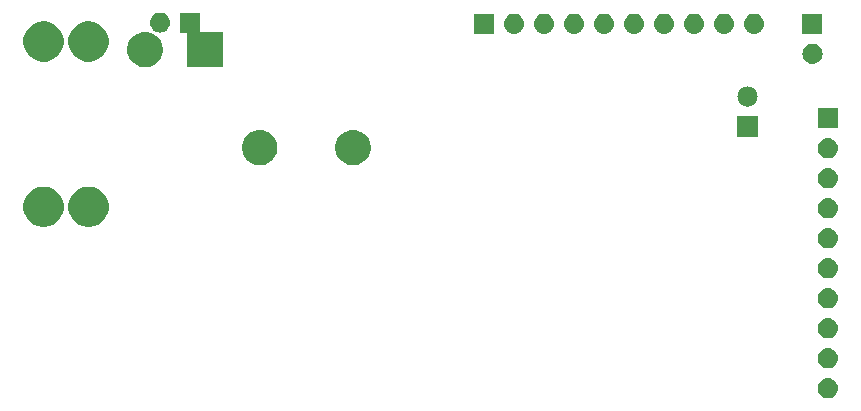
<source format=gbs>
%TF.GenerationSoftware,KiCad,Pcbnew,(5.0.2)-1*%
%TF.CreationDate,2019-01-19T15:18:41+08:00*%
%TF.ProjectId,TLF35584 breakout,544c4633-3535-4383-9420-627265616b6f,rev?*%
%TF.SameCoordinates,Original*%
%TF.FileFunction,Soldermask,Bot*%
%TF.FilePolarity,Negative*%
%FSLAX46Y46*%
G04 Gerber Fmt 4.6, Leading zero omitted, Abs format (unit mm)*
G04 Created by KiCad (PCBNEW (5.0.2)-1) date 19/01/2019 15:18:41*
%MOMM*%
%LPD*%
G01*
G04 APERTURE LIST*
%ADD10C,0.500000*%
G04 APERTURE END LIST*
D10*
G36*
X184766630Y-110622299D02*
X184926855Y-110670903D01*
X185074520Y-110749831D01*
X185203949Y-110856051D01*
X185310169Y-110985480D01*
X185389097Y-111133145D01*
X185437701Y-111293370D01*
X185454112Y-111460000D01*
X185437701Y-111626630D01*
X185389097Y-111786855D01*
X185310169Y-111934520D01*
X185203949Y-112063949D01*
X185074520Y-112170169D01*
X184926855Y-112249097D01*
X184766630Y-112297701D01*
X184641752Y-112310000D01*
X184558248Y-112310000D01*
X184433370Y-112297701D01*
X184273145Y-112249097D01*
X184125480Y-112170169D01*
X183996051Y-112063949D01*
X183889831Y-111934520D01*
X183810903Y-111786855D01*
X183762299Y-111626630D01*
X183745888Y-111460000D01*
X183762299Y-111293370D01*
X183810903Y-111133145D01*
X183889831Y-110985480D01*
X183996051Y-110856051D01*
X184125480Y-110749831D01*
X184273145Y-110670903D01*
X184433370Y-110622299D01*
X184558248Y-110610000D01*
X184641752Y-110610000D01*
X184766630Y-110622299D01*
X184766630Y-110622299D01*
G37*
G36*
X184766630Y-108082299D02*
X184926855Y-108130903D01*
X185074520Y-108209831D01*
X185203949Y-108316051D01*
X185310169Y-108445480D01*
X185389097Y-108593145D01*
X185437701Y-108753370D01*
X185454112Y-108920000D01*
X185437701Y-109086630D01*
X185389097Y-109246855D01*
X185310169Y-109394520D01*
X185203949Y-109523949D01*
X185074520Y-109630169D01*
X184926855Y-109709097D01*
X184766630Y-109757701D01*
X184641752Y-109770000D01*
X184558248Y-109770000D01*
X184433370Y-109757701D01*
X184273145Y-109709097D01*
X184125480Y-109630169D01*
X183996051Y-109523949D01*
X183889831Y-109394520D01*
X183810903Y-109246855D01*
X183762299Y-109086630D01*
X183745888Y-108920000D01*
X183762299Y-108753370D01*
X183810903Y-108593145D01*
X183889831Y-108445480D01*
X183996051Y-108316051D01*
X184125480Y-108209831D01*
X184273145Y-108130903D01*
X184433370Y-108082299D01*
X184558248Y-108070000D01*
X184641752Y-108070000D01*
X184766630Y-108082299D01*
X184766630Y-108082299D01*
G37*
G36*
X184766630Y-105542299D02*
X184926855Y-105590903D01*
X185074520Y-105669831D01*
X185203949Y-105776051D01*
X185310169Y-105905480D01*
X185389097Y-106053145D01*
X185437701Y-106213370D01*
X185454112Y-106380000D01*
X185437701Y-106546630D01*
X185389097Y-106706855D01*
X185310169Y-106854520D01*
X185203949Y-106983949D01*
X185074520Y-107090169D01*
X184926855Y-107169097D01*
X184766630Y-107217701D01*
X184641752Y-107230000D01*
X184558248Y-107230000D01*
X184433370Y-107217701D01*
X184273145Y-107169097D01*
X184125480Y-107090169D01*
X183996051Y-106983949D01*
X183889831Y-106854520D01*
X183810903Y-106706855D01*
X183762299Y-106546630D01*
X183745888Y-106380000D01*
X183762299Y-106213370D01*
X183810903Y-106053145D01*
X183889831Y-105905480D01*
X183996051Y-105776051D01*
X184125480Y-105669831D01*
X184273145Y-105590903D01*
X184433370Y-105542299D01*
X184558248Y-105530000D01*
X184641752Y-105530000D01*
X184766630Y-105542299D01*
X184766630Y-105542299D01*
G37*
G36*
X184766630Y-103002299D02*
X184926855Y-103050903D01*
X185074520Y-103129831D01*
X185203949Y-103236051D01*
X185310169Y-103365480D01*
X185389097Y-103513145D01*
X185437701Y-103673370D01*
X185454112Y-103840000D01*
X185437701Y-104006630D01*
X185389097Y-104166855D01*
X185310169Y-104314520D01*
X185203949Y-104443949D01*
X185074520Y-104550169D01*
X184926855Y-104629097D01*
X184766630Y-104677701D01*
X184641752Y-104690000D01*
X184558248Y-104690000D01*
X184433370Y-104677701D01*
X184273145Y-104629097D01*
X184125480Y-104550169D01*
X183996051Y-104443949D01*
X183889831Y-104314520D01*
X183810903Y-104166855D01*
X183762299Y-104006630D01*
X183745888Y-103840000D01*
X183762299Y-103673370D01*
X183810903Y-103513145D01*
X183889831Y-103365480D01*
X183996051Y-103236051D01*
X184125480Y-103129831D01*
X184273145Y-103050903D01*
X184433370Y-103002299D01*
X184558248Y-102990000D01*
X184641752Y-102990000D01*
X184766630Y-103002299D01*
X184766630Y-103002299D01*
G37*
G36*
X184766630Y-100462299D02*
X184926855Y-100510903D01*
X185074520Y-100589831D01*
X185203949Y-100696051D01*
X185310169Y-100825480D01*
X185389097Y-100973145D01*
X185437701Y-101133370D01*
X185454112Y-101300000D01*
X185437701Y-101466630D01*
X185389097Y-101626855D01*
X185310169Y-101774520D01*
X185203949Y-101903949D01*
X185074520Y-102010169D01*
X184926855Y-102089097D01*
X184766630Y-102137701D01*
X184641752Y-102150000D01*
X184558248Y-102150000D01*
X184433370Y-102137701D01*
X184273145Y-102089097D01*
X184125480Y-102010169D01*
X183996051Y-101903949D01*
X183889831Y-101774520D01*
X183810903Y-101626855D01*
X183762299Y-101466630D01*
X183745888Y-101300000D01*
X183762299Y-101133370D01*
X183810903Y-100973145D01*
X183889831Y-100825480D01*
X183996051Y-100696051D01*
X184125480Y-100589831D01*
X184273145Y-100510903D01*
X184433370Y-100462299D01*
X184558248Y-100450000D01*
X184641752Y-100450000D01*
X184766630Y-100462299D01*
X184766630Y-100462299D01*
G37*
G36*
X184766630Y-97922299D02*
X184926855Y-97970903D01*
X185074520Y-98049831D01*
X185203949Y-98156051D01*
X185310169Y-98285480D01*
X185389097Y-98433145D01*
X185437701Y-98593370D01*
X185454112Y-98760000D01*
X185437701Y-98926630D01*
X185389097Y-99086855D01*
X185310169Y-99234520D01*
X185203949Y-99363949D01*
X185074520Y-99470169D01*
X184926855Y-99549097D01*
X184766630Y-99597701D01*
X184641752Y-99610000D01*
X184558248Y-99610000D01*
X184433370Y-99597701D01*
X184273145Y-99549097D01*
X184125480Y-99470169D01*
X183996051Y-99363949D01*
X183889831Y-99234520D01*
X183810903Y-99086855D01*
X183762299Y-98926630D01*
X183745888Y-98760000D01*
X183762299Y-98593370D01*
X183810903Y-98433145D01*
X183889831Y-98285480D01*
X183996051Y-98156051D01*
X184125480Y-98049831D01*
X184273145Y-97970903D01*
X184433370Y-97922299D01*
X184558248Y-97910000D01*
X184641752Y-97910000D01*
X184766630Y-97922299D01*
X184766630Y-97922299D01*
G37*
G36*
X122386393Y-94443553D02*
X122495872Y-94465330D01*
X122805252Y-94593479D01*
X123083687Y-94779523D01*
X123320477Y-95016313D01*
X123506521Y-95294748D01*
X123634670Y-95604128D01*
X123700000Y-95932565D01*
X123700000Y-96267435D01*
X123634670Y-96595872D01*
X123506521Y-96905252D01*
X123320477Y-97183687D01*
X123083687Y-97420477D01*
X122805252Y-97606521D01*
X122495872Y-97734670D01*
X122386393Y-97756447D01*
X122167437Y-97800000D01*
X121832563Y-97800000D01*
X121613607Y-97756447D01*
X121504128Y-97734670D01*
X121194748Y-97606521D01*
X120916313Y-97420477D01*
X120679523Y-97183687D01*
X120493479Y-96905252D01*
X120365330Y-96595872D01*
X120300000Y-96267435D01*
X120300000Y-95932565D01*
X120365330Y-95604128D01*
X120493479Y-95294748D01*
X120679523Y-95016313D01*
X120916313Y-94779523D01*
X121194748Y-94593479D01*
X121504128Y-94465330D01*
X121613607Y-94443553D01*
X121832563Y-94400000D01*
X122167437Y-94400000D01*
X122386393Y-94443553D01*
X122386393Y-94443553D01*
G37*
G36*
X118586393Y-94443553D02*
X118695872Y-94465330D01*
X119005252Y-94593479D01*
X119283687Y-94779523D01*
X119520477Y-95016313D01*
X119706521Y-95294748D01*
X119834670Y-95604128D01*
X119900000Y-95932565D01*
X119900000Y-96267435D01*
X119834670Y-96595872D01*
X119706521Y-96905252D01*
X119520477Y-97183687D01*
X119283687Y-97420477D01*
X119005252Y-97606521D01*
X118695872Y-97734670D01*
X118586393Y-97756447D01*
X118367437Y-97800000D01*
X118032563Y-97800000D01*
X117813607Y-97756447D01*
X117704128Y-97734670D01*
X117394748Y-97606521D01*
X117116313Y-97420477D01*
X116879523Y-97183687D01*
X116693479Y-96905252D01*
X116565330Y-96595872D01*
X116500000Y-96267435D01*
X116500000Y-95932565D01*
X116565330Y-95604128D01*
X116693479Y-95294748D01*
X116879523Y-95016313D01*
X117116313Y-94779523D01*
X117394748Y-94593479D01*
X117704128Y-94465330D01*
X117813607Y-94443553D01*
X118032563Y-94400000D01*
X118367437Y-94400000D01*
X118586393Y-94443553D01*
X118586393Y-94443553D01*
G37*
G36*
X184766630Y-95382299D02*
X184926855Y-95430903D01*
X185074520Y-95509831D01*
X185203949Y-95616051D01*
X185310169Y-95745480D01*
X185389097Y-95893145D01*
X185437701Y-96053370D01*
X185454112Y-96220000D01*
X185437701Y-96386630D01*
X185389097Y-96546855D01*
X185310169Y-96694520D01*
X185203949Y-96823949D01*
X185074520Y-96930169D01*
X184926855Y-97009097D01*
X184766630Y-97057701D01*
X184641752Y-97070000D01*
X184558248Y-97070000D01*
X184433370Y-97057701D01*
X184273145Y-97009097D01*
X184125480Y-96930169D01*
X183996051Y-96823949D01*
X183889831Y-96694520D01*
X183810903Y-96546855D01*
X183762299Y-96386630D01*
X183745888Y-96220000D01*
X183762299Y-96053370D01*
X183810903Y-95893145D01*
X183889831Y-95745480D01*
X183996051Y-95616051D01*
X184125480Y-95509831D01*
X184273145Y-95430903D01*
X184433370Y-95382299D01*
X184558248Y-95370000D01*
X184641752Y-95370000D01*
X184766630Y-95382299D01*
X184766630Y-95382299D01*
G37*
G36*
X184766630Y-92842299D02*
X184926855Y-92890903D01*
X185074520Y-92969831D01*
X185203949Y-93076051D01*
X185310169Y-93205480D01*
X185389097Y-93353145D01*
X185437701Y-93513370D01*
X185454112Y-93680000D01*
X185437701Y-93846630D01*
X185389097Y-94006855D01*
X185310169Y-94154520D01*
X185203949Y-94283949D01*
X185074520Y-94390169D01*
X184926855Y-94469097D01*
X184766630Y-94517701D01*
X184641752Y-94530000D01*
X184558248Y-94530000D01*
X184433370Y-94517701D01*
X184273145Y-94469097D01*
X184125480Y-94390169D01*
X183996051Y-94283949D01*
X183889831Y-94154520D01*
X183810903Y-94006855D01*
X183762299Y-93846630D01*
X183745888Y-93680000D01*
X183762299Y-93513370D01*
X183810903Y-93353145D01*
X183889831Y-93205480D01*
X183996051Y-93076051D01*
X184125480Y-92969831D01*
X184273145Y-92890903D01*
X184433370Y-92842299D01*
X184558248Y-92830000D01*
X184641752Y-92830000D01*
X184766630Y-92842299D01*
X184766630Y-92842299D01*
G37*
G36*
X136840935Y-89638429D02*
X136937534Y-89657644D01*
X137210517Y-89770717D01*
X137452920Y-89932687D01*
X137456197Y-89934876D01*
X137665124Y-90143803D01*
X137665126Y-90143806D01*
X137829283Y-90389483D01*
X137942356Y-90662466D01*
X137942956Y-90665481D01*
X138000000Y-90952261D01*
X138000000Y-91247739D01*
X137942356Y-91537533D01*
X137829284Y-91810515D01*
X137665124Y-92056197D01*
X137456197Y-92265124D01*
X137456194Y-92265126D01*
X137210517Y-92429283D01*
X136937534Y-92542356D01*
X136840935Y-92561571D01*
X136647739Y-92600000D01*
X136352261Y-92600000D01*
X136159065Y-92561571D01*
X136062466Y-92542356D01*
X135789483Y-92429283D01*
X135543806Y-92265126D01*
X135543803Y-92265124D01*
X135334876Y-92056197D01*
X135170716Y-91810515D01*
X135057644Y-91537533D01*
X135000000Y-91247739D01*
X135000000Y-90952261D01*
X135057044Y-90665481D01*
X135057644Y-90662466D01*
X135170717Y-90389483D01*
X135334874Y-90143806D01*
X135334876Y-90143803D01*
X135543803Y-89934876D01*
X135547080Y-89932687D01*
X135789483Y-89770717D01*
X136062466Y-89657644D01*
X136159065Y-89638429D01*
X136352261Y-89600000D01*
X136647739Y-89600000D01*
X136840935Y-89638429D01*
X136840935Y-89638429D01*
G37*
G36*
X144740935Y-89638429D02*
X144837534Y-89657644D01*
X145110517Y-89770717D01*
X145352920Y-89932687D01*
X145356197Y-89934876D01*
X145565124Y-90143803D01*
X145565126Y-90143806D01*
X145729283Y-90389483D01*
X145842356Y-90662466D01*
X145842956Y-90665481D01*
X145900000Y-90952261D01*
X145900000Y-91247739D01*
X145842356Y-91537533D01*
X145729284Y-91810515D01*
X145565124Y-92056197D01*
X145356197Y-92265124D01*
X145356194Y-92265126D01*
X145110517Y-92429283D01*
X144837534Y-92542356D01*
X144740935Y-92561571D01*
X144547739Y-92600000D01*
X144252261Y-92600000D01*
X144059065Y-92561571D01*
X143962466Y-92542356D01*
X143689483Y-92429283D01*
X143443806Y-92265126D01*
X143443803Y-92265124D01*
X143234876Y-92056197D01*
X143070716Y-91810515D01*
X142957644Y-91537533D01*
X142900000Y-91247739D01*
X142900000Y-90952261D01*
X142957044Y-90665481D01*
X142957644Y-90662466D01*
X143070717Y-90389483D01*
X143234874Y-90143806D01*
X143234876Y-90143803D01*
X143443803Y-89934876D01*
X143447080Y-89932687D01*
X143689483Y-89770717D01*
X143962466Y-89657644D01*
X144059065Y-89638429D01*
X144252261Y-89600000D01*
X144547739Y-89600000D01*
X144740935Y-89638429D01*
X144740935Y-89638429D01*
G37*
G36*
X184766630Y-90302299D02*
X184926855Y-90350903D01*
X185074520Y-90429831D01*
X185203949Y-90536051D01*
X185310169Y-90665480D01*
X185389097Y-90813145D01*
X185437701Y-90973370D01*
X185454112Y-91140000D01*
X185437701Y-91306630D01*
X185389097Y-91466855D01*
X185310169Y-91614520D01*
X185203949Y-91743949D01*
X185074520Y-91850169D01*
X184926855Y-91929097D01*
X184766630Y-91977701D01*
X184641752Y-91990000D01*
X184558248Y-91990000D01*
X184433370Y-91977701D01*
X184273145Y-91929097D01*
X184125480Y-91850169D01*
X183996051Y-91743949D01*
X183889831Y-91614520D01*
X183810903Y-91466855D01*
X183762299Y-91306630D01*
X183745888Y-91140000D01*
X183762299Y-90973370D01*
X183810903Y-90813145D01*
X183889831Y-90665480D01*
X183996051Y-90536051D01*
X184125480Y-90429831D01*
X184273145Y-90350903D01*
X184433370Y-90302299D01*
X184558248Y-90290000D01*
X184641752Y-90290000D01*
X184766630Y-90302299D01*
X184766630Y-90302299D01*
G37*
G36*
X178650000Y-90150000D02*
X176950000Y-90150000D01*
X176950000Y-88450000D01*
X178650000Y-88450000D01*
X178650000Y-90150000D01*
X178650000Y-90150000D01*
G37*
G36*
X185450000Y-89450000D02*
X183750000Y-89450000D01*
X183750000Y-87750000D01*
X185450000Y-87750000D01*
X185450000Y-89450000D01*
X185450000Y-89450000D01*
G37*
G36*
X177966630Y-85922299D02*
X178126855Y-85970903D01*
X178274520Y-86049831D01*
X178403949Y-86156051D01*
X178510169Y-86285480D01*
X178589097Y-86433145D01*
X178637701Y-86593370D01*
X178654112Y-86760000D01*
X178637701Y-86926630D01*
X178589097Y-87086855D01*
X178510169Y-87234520D01*
X178403949Y-87363949D01*
X178274520Y-87470169D01*
X178126855Y-87549097D01*
X177966630Y-87597701D01*
X177841752Y-87610000D01*
X177758248Y-87610000D01*
X177633370Y-87597701D01*
X177473145Y-87549097D01*
X177325480Y-87470169D01*
X177196051Y-87363949D01*
X177089831Y-87234520D01*
X177010903Y-87086855D01*
X176962299Y-86926630D01*
X176945888Y-86760000D01*
X176962299Y-86593370D01*
X177010903Y-86433145D01*
X177089831Y-86285480D01*
X177196051Y-86156051D01*
X177325480Y-86049831D01*
X177473145Y-85970903D01*
X177633370Y-85922299D01*
X177758248Y-85910000D01*
X177841752Y-85910000D01*
X177966630Y-85922299D01*
X177966630Y-85922299D01*
G37*
G36*
X127137268Y-81337700D02*
X127237534Y-81357644D01*
X127510517Y-81470717D01*
X127710180Y-81604128D01*
X127756197Y-81634876D01*
X127965124Y-81843803D01*
X127965126Y-81843806D01*
X128129283Y-82089483D01*
X128212340Y-82290000D01*
X128242356Y-82362467D01*
X128300000Y-82652261D01*
X128300000Y-82947739D01*
X128294901Y-82973371D01*
X128242356Y-83237534D01*
X128166580Y-83420474D01*
X128129284Y-83510515D01*
X127965124Y-83756197D01*
X127756197Y-83965124D01*
X127756194Y-83965126D01*
X127510517Y-84129283D01*
X127237534Y-84242356D01*
X127140935Y-84261571D01*
X126947739Y-84300000D01*
X126652261Y-84300000D01*
X126459065Y-84261571D01*
X126362466Y-84242356D01*
X126089483Y-84129283D01*
X125843806Y-83965126D01*
X125843803Y-83965124D01*
X125634876Y-83756197D01*
X125470716Y-83510515D01*
X125433420Y-83420474D01*
X125357644Y-83237534D01*
X125305099Y-82973371D01*
X125300000Y-82947739D01*
X125300000Y-82652261D01*
X125357644Y-82362467D01*
X125387661Y-82290000D01*
X125470717Y-82089483D01*
X125634874Y-81843806D01*
X125634876Y-81843803D01*
X125843803Y-81634876D01*
X125889820Y-81604128D01*
X126089483Y-81470717D01*
X126362466Y-81357644D01*
X126462732Y-81337700D01*
X126652261Y-81300000D01*
X126947739Y-81300000D01*
X127137268Y-81337700D01*
X127137268Y-81337700D01*
G37*
G36*
X131450000Y-81175000D02*
X131452402Y-81199386D01*
X131459515Y-81222835D01*
X131471066Y-81244446D01*
X131486612Y-81263388D01*
X131505554Y-81278934D01*
X131527165Y-81290485D01*
X131550614Y-81297598D01*
X131575000Y-81300000D01*
X133380000Y-81300000D01*
X133380000Y-84300000D01*
X130380000Y-84300000D01*
X130380000Y-81475000D01*
X130377598Y-81450614D01*
X130370485Y-81427165D01*
X130358934Y-81405554D01*
X130343388Y-81386612D01*
X130324446Y-81371066D01*
X130302835Y-81359515D01*
X130279386Y-81352402D01*
X130255000Y-81350000D01*
X129750000Y-81350000D01*
X129750000Y-79650000D01*
X131450000Y-79650000D01*
X131450000Y-81175000D01*
X131450000Y-81175000D01*
G37*
G36*
X183466630Y-82302299D02*
X183626855Y-82350903D01*
X183774520Y-82429831D01*
X183903949Y-82536051D01*
X184010169Y-82665480D01*
X184089097Y-82813145D01*
X184137701Y-82973370D01*
X184154112Y-83140000D01*
X184137701Y-83306630D01*
X184089097Y-83466855D01*
X184010169Y-83614520D01*
X183903949Y-83743949D01*
X183774520Y-83850169D01*
X183626855Y-83929097D01*
X183466630Y-83977701D01*
X183341752Y-83990000D01*
X183258248Y-83990000D01*
X183133370Y-83977701D01*
X182973145Y-83929097D01*
X182825480Y-83850169D01*
X182696051Y-83743949D01*
X182589831Y-83614520D01*
X182510903Y-83466855D01*
X182462299Y-83306630D01*
X182445888Y-83140000D01*
X182462299Y-82973370D01*
X182510903Y-82813145D01*
X182589831Y-82665480D01*
X182696051Y-82536051D01*
X182825480Y-82429831D01*
X182973145Y-82350903D01*
X183133370Y-82302299D01*
X183258248Y-82290000D01*
X183341752Y-82290000D01*
X183466630Y-82302299D01*
X183466630Y-82302299D01*
G37*
G36*
X118535198Y-80433370D02*
X118695872Y-80465330D01*
X119005252Y-80593479D01*
X119283687Y-80779523D01*
X119520477Y-81016313D01*
X119706521Y-81294748D01*
X119834670Y-81604128D01*
X119900000Y-81932565D01*
X119900000Y-82267435D01*
X119834670Y-82595872D01*
X119706521Y-82905252D01*
X119520477Y-83183687D01*
X119283687Y-83420477D01*
X119005252Y-83606521D01*
X118695872Y-83734670D01*
X118649228Y-83743948D01*
X118367437Y-83800000D01*
X118032563Y-83800000D01*
X117750772Y-83743948D01*
X117704128Y-83734670D01*
X117394748Y-83606521D01*
X117116313Y-83420477D01*
X116879523Y-83183687D01*
X116693479Y-82905252D01*
X116565330Y-82595872D01*
X116500000Y-82267435D01*
X116500000Y-81932565D01*
X116565330Y-81604128D01*
X116693479Y-81294748D01*
X116879523Y-81016313D01*
X117116313Y-80779523D01*
X117394748Y-80593479D01*
X117704128Y-80465330D01*
X117864802Y-80433370D01*
X118032563Y-80400000D01*
X118367437Y-80400000D01*
X118535198Y-80433370D01*
X118535198Y-80433370D01*
G37*
G36*
X122335198Y-80433370D02*
X122495872Y-80465330D01*
X122805252Y-80593479D01*
X123083687Y-80779523D01*
X123320477Y-81016313D01*
X123506521Y-81294748D01*
X123634670Y-81604128D01*
X123700000Y-81932565D01*
X123700000Y-82267435D01*
X123634670Y-82595872D01*
X123506521Y-82905252D01*
X123320477Y-83183687D01*
X123083687Y-83420477D01*
X122805252Y-83606521D01*
X122495872Y-83734670D01*
X122449228Y-83743948D01*
X122167437Y-83800000D01*
X121832563Y-83800000D01*
X121550772Y-83743948D01*
X121504128Y-83734670D01*
X121194748Y-83606521D01*
X120916313Y-83420477D01*
X120679523Y-83183687D01*
X120493479Y-82905252D01*
X120365330Y-82595872D01*
X120300000Y-82267435D01*
X120300000Y-81932565D01*
X120365330Y-81604128D01*
X120493479Y-81294748D01*
X120679523Y-81016313D01*
X120916313Y-80779523D01*
X121194748Y-80593479D01*
X121504128Y-80465330D01*
X121664802Y-80433370D01*
X121832563Y-80400000D01*
X122167437Y-80400000D01*
X122335198Y-80433370D01*
X122335198Y-80433370D01*
G37*
G36*
X170906630Y-79762299D02*
X171066855Y-79810903D01*
X171214520Y-79889831D01*
X171343949Y-79996051D01*
X171450169Y-80125480D01*
X171529097Y-80273145D01*
X171577701Y-80433370D01*
X171594112Y-80600000D01*
X171577701Y-80766630D01*
X171529097Y-80926855D01*
X171450169Y-81074520D01*
X171343949Y-81203949D01*
X171214520Y-81310169D01*
X171066855Y-81389097D01*
X170906630Y-81437701D01*
X170781752Y-81450000D01*
X170698248Y-81450000D01*
X170573370Y-81437701D01*
X170413145Y-81389097D01*
X170265480Y-81310169D01*
X170136051Y-81203949D01*
X170029831Y-81074520D01*
X169950903Y-80926855D01*
X169902299Y-80766630D01*
X169885888Y-80600000D01*
X169902299Y-80433370D01*
X169950903Y-80273145D01*
X170029831Y-80125480D01*
X170136051Y-79996051D01*
X170265480Y-79889831D01*
X170413145Y-79810903D01*
X170573370Y-79762299D01*
X170698248Y-79750000D01*
X170781752Y-79750000D01*
X170906630Y-79762299D01*
X170906630Y-79762299D01*
G37*
G36*
X156350000Y-81450000D02*
X154650000Y-81450000D01*
X154650000Y-79750000D01*
X156350000Y-79750000D01*
X156350000Y-81450000D01*
X156350000Y-81450000D01*
G37*
G36*
X158206630Y-79762299D02*
X158366855Y-79810903D01*
X158514520Y-79889831D01*
X158643949Y-79996051D01*
X158750169Y-80125480D01*
X158829097Y-80273145D01*
X158877701Y-80433370D01*
X158894112Y-80600000D01*
X158877701Y-80766630D01*
X158829097Y-80926855D01*
X158750169Y-81074520D01*
X158643949Y-81203949D01*
X158514520Y-81310169D01*
X158366855Y-81389097D01*
X158206630Y-81437701D01*
X158081752Y-81450000D01*
X157998248Y-81450000D01*
X157873370Y-81437701D01*
X157713145Y-81389097D01*
X157565480Y-81310169D01*
X157436051Y-81203949D01*
X157329831Y-81074520D01*
X157250903Y-80926855D01*
X157202299Y-80766630D01*
X157185888Y-80600000D01*
X157202299Y-80433370D01*
X157250903Y-80273145D01*
X157329831Y-80125480D01*
X157436051Y-79996051D01*
X157565480Y-79889831D01*
X157713145Y-79810903D01*
X157873370Y-79762299D01*
X157998248Y-79750000D01*
X158081752Y-79750000D01*
X158206630Y-79762299D01*
X158206630Y-79762299D01*
G37*
G36*
X160746630Y-79762299D02*
X160906855Y-79810903D01*
X161054520Y-79889831D01*
X161183949Y-79996051D01*
X161290169Y-80125480D01*
X161369097Y-80273145D01*
X161417701Y-80433370D01*
X161434112Y-80600000D01*
X161417701Y-80766630D01*
X161369097Y-80926855D01*
X161290169Y-81074520D01*
X161183949Y-81203949D01*
X161054520Y-81310169D01*
X160906855Y-81389097D01*
X160746630Y-81437701D01*
X160621752Y-81450000D01*
X160538248Y-81450000D01*
X160413370Y-81437701D01*
X160253145Y-81389097D01*
X160105480Y-81310169D01*
X159976051Y-81203949D01*
X159869831Y-81074520D01*
X159790903Y-80926855D01*
X159742299Y-80766630D01*
X159725888Y-80600000D01*
X159742299Y-80433370D01*
X159790903Y-80273145D01*
X159869831Y-80125480D01*
X159976051Y-79996051D01*
X160105480Y-79889831D01*
X160253145Y-79810903D01*
X160413370Y-79762299D01*
X160538248Y-79750000D01*
X160621752Y-79750000D01*
X160746630Y-79762299D01*
X160746630Y-79762299D01*
G37*
G36*
X163286630Y-79762299D02*
X163446855Y-79810903D01*
X163594520Y-79889831D01*
X163723949Y-79996051D01*
X163830169Y-80125480D01*
X163909097Y-80273145D01*
X163957701Y-80433370D01*
X163974112Y-80600000D01*
X163957701Y-80766630D01*
X163909097Y-80926855D01*
X163830169Y-81074520D01*
X163723949Y-81203949D01*
X163594520Y-81310169D01*
X163446855Y-81389097D01*
X163286630Y-81437701D01*
X163161752Y-81450000D01*
X163078248Y-81450000D01*
X162953370Y-81437701D01*
X162793145Y-81389097D01*
X162645480Y-81310169D01*
X162516051Y-81203949D01*
X162409831Y-81074520D01*
X162330903Y-80926855D01*
X162282299Y-80766630D01*
X162265888Y-80600000D01*
X162282299Y-80433370D01*
X162330903Y-80273145D01*
X162409831Y-80125480D01*
X162516051Y-79996051D01*
X162645480Y-79889831D01*
X162793145Y-79810903D01*
X162953370Y-79762299D01*
X163078248Y-79750000D01*
X163161752Y-79750000D01*
X163286630Y-79762299D01*
X163286630Y-79762299D01*
G37*
G36*
X165826630Y-79762299D02*
X165986855Y-79810903D01*
X166134520Y-79889831D01*
X166263949Y-79996051D01*
X166370169Y-80125480D01*
X166449097Y-80273145D01*
X166497701Y-80433370D01*
X166514112Y-80600000D01*
X166497701Y-80766630D01*
X166449097Y-80926855D01*
X166370169Y-81074520D01*
X166263949Y-81203949D01*
X166134520Y-81310169D01*
X165986855Y-81389097D01*
X165826630Y-81437701D01*
X165701752Y-81450000D01*
X165618248Y-81450000D01*
X165493370Y-81437701D01*
X165333145Y-81389097D01*
X165185480Y-81310169D01*
X165056051Y-81203949D01*
X164949831Y-81074520D01*
X164870903Y-80926855D01*
X164822299Y-80766630D01*
X164805888Y-80600000D01*
X164822299Y-80433370D01*
X164870903Y-80273145D01*
X164949831Y-80125480D01*
X165056051Y-79996051D01*
X165185480Y-79889831D01*
X165333145Y-79810903D01*
X165493370Y-79762299D01*
X165618248Y-79750000D01*
X165701752Y-79750000D01*
X165826630Y-79762299D01*
X165826630Y-79762299D01*
G37*
G36*
X168366630Y-79762299D02*
X168526855Y-79810903D01*
X168674520Y-79889831D01*
X168803949Y-79996051D01*
X168910169Y-80125480D01*
X168989097Y-80273145D01*
X169037701Y-80433370D01*
X169054112Y-80600000D01*
X169037701Y-80766630D01*
X168989097Y-80926855D01*
X168910169Y-81074520D01*
X168803949Y-81203949D01*
X168674520Y-81310169D01*
X168526855Y-81389097D01*
X168366630Y-81437701D01*
X168241752Y-81450000D01*
X168158248Y-81450000D01*
X168033370Y-81437701D01*
X167873145Y-81389097D01*
X167725480Y-81310169D01*
X167596051Y-81203949D01*
X167489831Y-81074520D01*
X167410903Y-80926855D01*
X167362299Y-80766630D01*
X167345888Y-80600000D01*
X167362299Y-80433370D01*
X167410903Y-80273145D01*
X167489831Y-80125480D01*
X167596051Y-79996051D01*
X167725480Y-79889831D01*
X167873145Y-79810903D01*
X168033370Y-79762299D01*
X168158248Y-79750000D01*
X168241752Y-79750000D01*
X168366630Y-79762299D01*
X168366630Y-79762299D01*
G37*
G36*
X178526630Y-79762299D02*
X178686855Y-79810903D01*
X178834520Y-79889831D01*
X178963949Y-79996051D01*
X179070169Y-80125480D01*
X179149097Y-80273145D01*
X179197701Y-80433370D01*
X179214112Y-80600000D01*
X179197701Y-80766630D01*
X179149097Y-80926855D01*
X179070169Y-81074520D01*
X178963949Y-81203949D01*
X178834520Y-81310169D01*
X178686855Y-81389097D01*
X178526630Y-81437701D01*
X178401752Y-81450000D01*
X178318248Y-81450000D01*
X178193370Y-81437701D01*
X178033145Y-81389097D01*
X177885480Y-81310169D01*
X177756051Y-81203949D01*
X177649831Y-81074520D01*
X177570903Y-80926855D01*
X177522299Y-80766630D01*
X177505888Y-80600000D01*
X177522299Y-80433370D01*
X177570903Y-80273145D01*
X177649831Y-80125480D01*
X177756051Y-79996051D01*
X177885480Y-79889831D01*
X178033145Y-79810903D01*
X178193370Y-79762299D01*
X178318248Y-79750000D01*
X178401752Y-79750000D01*
X178526630Y-79762299D01*
X178526630Y-79762299D01*
G37*
G36*
X173446630Y-79762299D02*
X173606855Y-79810903D01*
X173754520Y-79889831D01*
X173883949Y-79996051D01*
X173990169Y-80125480D01*
X174069097Y-80273145D01*
X174117701Y-80433370D01*
X174134112Y-80600000D01*
X174117701Y-80766630D01*
X174069097Y-80926855D01*
X173990169Y-81074520D01*
X173883949Y-81203949D01*
X173754520Y-81310169D01*
X173606855Y-81389097D01*
X173446630Y-81437701D01*
X173321752Y-81450000D01*
X173238248Y-81450000D01*
X173113370Y-81437701D01*
X172953145Y-81389097D01*
X172805480Y-81310169D01*
X172676051Y-81203949D01*
X172569831Y-81074520D01*
X172490903Y-80926855D01*
X172442299Y-80766630D01*
X172425888Y-80600000D01*
X172442299Y-80433370D01*
X172490903Y-80273145D01*
X172569831Y-80125480D01*
X172676051Y-79996051D01*
X172805480Y-79889831D01*
X172953145Y-79810903D01*
X173113370Y-79762299D01*
X173238248Y-79750000D01*
X173321752Y-79750000D01*
X173446630Y-79762299D01*
X173446630Y-79762299D01*
G37*
G36*
X175986630Y-79762299D02*
X176146855Y-79810903D01*
X176294520Y-79889831D01*
X176423949Y-79996051D01*
X176530169Y-80125480D01*
X176609097Y-80273145D01*
X176657701Y-80433370D01*
X176674112Y-80600000D01*
X176657701Y-80766630D01*
X176609097Y-80926855D01*
X176530169Y-81074520D01*
X176423949Y-81203949D01*
X176294520Y-81310169D01*
X176146855Y-81389097D01*
X175986630Y-81437701D01*
X175861752Y-81450000D01*
X175778248Y-81450000D01*
X175653370Y-81437701D01*
X175493145Y-81389097D01*
X175345480Y-81310169D01*
X175216051Y-81203949D01*
X175109831Y-81074520D01*
X175030903Y-80926855D01*
X174982299Y-80766630D01*
X174965888Y-80600000D01*
X174982299Y-80433370D01*
X175030903Y-80273145D01*
X175109831Y-80125480D01*
X175216051Y-79996051D01*
X175345480Y-79889831D01*
X175493145Y-79810903D01*
X175653370Y-79762299D01*
X175778248Y-79750000D01*
X175861752Y-79750000D01*
X175986630Y-79762299D01*
X175986630Y-79762299D01*
G37*
G36*
X184150000Y-81450000D02*
X182450000Y-81450000D01*
X182450000Y-79750000D01*
X184150000Y-79750000D01*
X184150000Y-81450000D01*
X184150000Y-81450000D01*
G37*
G36*
X128226630Y-79662299D02*
X128386855Y-79710903D01*
X128534520Y-79789831D01*
X128663949Y-79896051D01*
X128770169Y-80025480D01*
X128849097Y-80173145D01*
X128897701Y-80333370D01*
X128914112Y-80500000D01*
X128897701Y-80666630D01*
X128849097Y-80826855D01*
X128770169Y-80974520D01*
X128663949Y-81103949D01*
X128534520Y-81210169D01*
X128386855Y-81289097D01*
X128226630Y-81337701D01*
X128101752Y-81350000D01*
X128018248Y-81350000D01*
X127893370Y-81337701D01*
X127733145Y-81289097D01*
X127585480Y-81210169D01*
X127456051Y-81103949D01*
X127349831Y-80974520D01*
X127270903Y-80826855D01*
X127222299Y-80666630D01*
X127205888Y-80500000D01*
X127222299Y-80333370D01*
X127270903Y-80173145D01*
X127349831Y-80025480D01*
X127456051Y-79896051D01*
X127585480Y-79789831D01*
X127733145Y-79710903D01*
X127893370Y-79662299D01*
X128018248Y-79650000D01*
X128101752Y-79650000D01*
X128226630Y-79662299D01*
X128226630Y-79662299D01*
G37*
M02*

</source>
